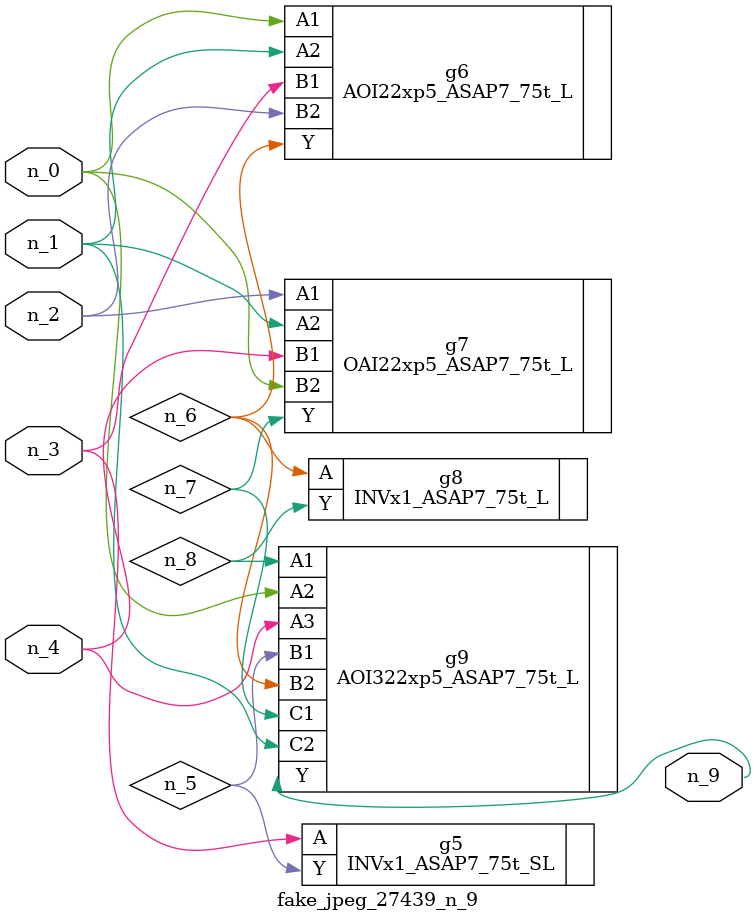
<source format=v>
module fake_jpeg_27439_n_9 (n_3, n_2, n_1, n_0, n_4, n_9);

input n_3;
input n_2;
input n_1;
input n_0;
input n_4;

output n_9;

wire n_8;
wire n_6;
wire n_5;
wire n_7;

INVx1_ASAP7_75t_SL g5 ( 
.A(n_3),
.Y(n_5)
);

AOI22xp5_ASAP7_75t_L g6 ( 
.A1(n_0),
.A2(n_1),
.B1(n_3),
.B2(n_2),
.Y(n_6)
);

OAI22xp5_ASAP7_75t_L g7 ( 
.A1(n_2),
.A2(n_1),
.B1(n_4),
.B2(n_0),
.Y(n_7)
);

INVx1_ASAP7_75t_L g8 ( 
.A(n_6),
.Y(n_8)
);

AOI322xp5_ASAP7_75t_L g9 ( 
.A1(n_8),
.A2(n_0),
.A3(n_4),
.B1(n_5),
.B2(n_6),
.C1(n_7),
.C2(n_1),
.Y(n_9)
);


endmodule
</source>
